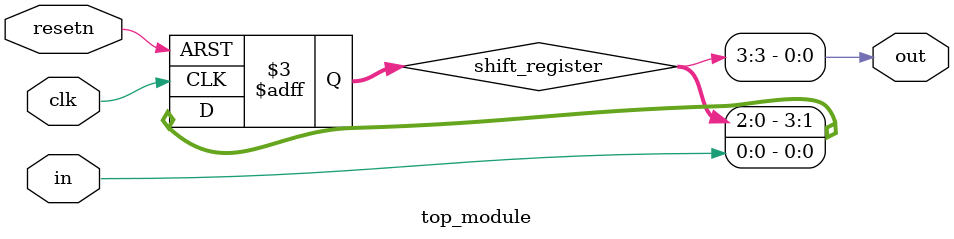
<source format=sv>
module top_module (
	input clk,
	input resetn,
	input in,
	output out
);

reg [3:0] shift_register;

always @(posedge clk or negedge resetn) begin
	if (!resetn)
		shift_register <= 4'b0000;
	else
		shift_register <= {shift_register[2:0], in};
end

assign out = shift_register[3];

endmodule

</source>
